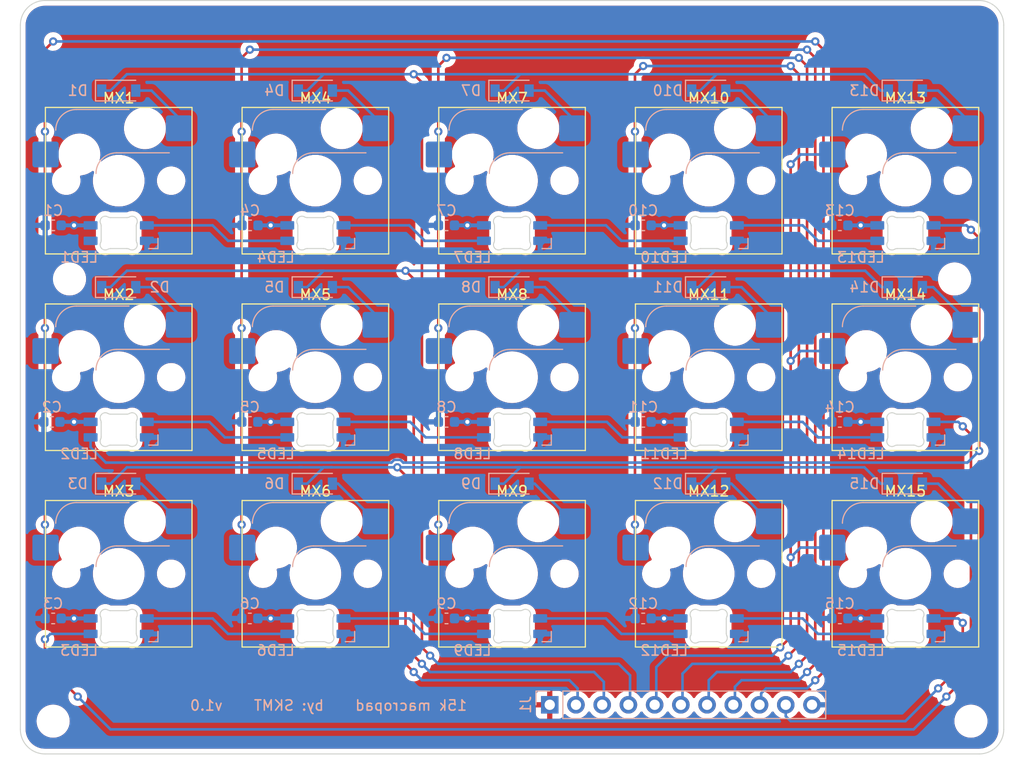
<source format=kicad_pcb>
(kicad_pcb (version 20211014) (generator pcbnew)
  (layers (0 "F.Cu" signal) (31 "B.Cu" signal) (34 "B.Paste" user) (35 "F.Paste" user) (36 "B.SilkS" user "B.Silkscreen") (37 "F.SilkS" user "F.Silkscreen") (38 "B.Mask" user) (39 "F.Mask" user) (44 "Edge.Cuts" user))
  (net 0 "")
  (net 1 "ROW0")
  (net 2 "Net-(D1-Pad2)")
  (net 3 "ROW1")
  (net 4 "Net-(D2-Pad2)")
  (net 5 "ROW2")
  (net 6 "Net-(D3-Pad2)")
  (net 7 "Net-(D4-Pad2)")
  (net 8 "Net-(D5-Pad2)")
  (net 9 "Net-(D6-Pad2)")
  (net 10 "Net-(D7-Pad2)")
  (net 11 "Net-(D8-Pad2)")
  (net 12 "Net-(D9-Pad2)")
  (net 13 "Net-(D10-Pad2)")
  (net 14 "Net-(D11-Pad2)")
  (net 15 "Net-(D12-Pad2)")
  (net 16 "Net-(D13-Pad2)")
  (net 17 "Net-(D14-Pad2)")
  (net 18 "Net-(D15-Pad2)")
  (net 19 "COL0")
  (net 20 "COL1")
  (net 21 "COL2")
  (net 22 "COL3")
  (net 23 "COL4")
  (net 24 "+5V")
  (net 25 "GND")
  (net 26 "Net-(LED10-Pad3)")
  (net 27 "Net-(LED11-Pad3)")
  (net 28 "Net-(LED12-Pad3)")
  (net 29 "Net-(LED10-Pad2)")
  (net 30 "Net-(LED11-Pad2)")
  (net 31 "Net-(LED12-Pad2)")
  (net 32 "Net-(LED1-Pad3)")
  (net 34 "Net-(LED13-Pad3)")
  (net 35 "Net-(LED2-Pad3)")
  (net 36 "Net-(LED14-Pad3)")
  (net 37 "Net-(LED3-Pad3)")
  (net 38 "Net-(LED4-Pad3)")
  (net 39 "Net-(LED5-Pad3)")
  (net 40 "Net-(LED6-Pad3)")
  (net 41 "LED_DIN")
  (footprint "Switch_Keyboard_Hotswap_Kailh:SW_Hotswap_Kailh_MX_1.00u" (layer "F.Cu") (at 180.975 103.1875)
    (fp_text reference "MX15")
    (fp_text value "MX-NoLED")
  )
  (footprint "MountingHole:MountingHole_2.2mm_M2" (layer "F.Cu") (at 185.7375 74.6125)
    (fp_text reference "H3" hide)
    (fp_text value "MountingHole")
  )
  (footprint "Switch_Keyboard_Hotswap_Kailh:SW_Hotswap_Kailh_MX_1.00u" (layer "F.Cu") (at 142.875 65.0875)
    (fp_text reference "MX7")
    (fp_text value "MX-NoLED")
  )
  (footprint "Switch_Keyboard_Hotswap_Kailh:SW_Hotswap_Kailh_MX_1.00u" (layer "F.Cu") (at 123.825 84.1375)
    (fp_text reference "MX5")
    (fp_text value "MX-NoLED")
  )
  (footprint "MountingHole:MountingHole_2.2mm_M2" (layer "F.Cu") (at 98.425 117.475)
    (fp_text reference "H2" hide)
    (fp_text value "MountingHole")
  )
  (footprint "Switch_Keyboard_Hotswap_Kailh:SW_Hotswap_Kailh_MX_1.00u" (layer "F.Cu") (at 180.975 84.1375)
    (fp_text reference "MX14")
    (fp_text value "MX-NoLED")
  )
  (footprint "Switch_Keyboard_Hotswap_Kailh:SW_Hotswap_Kailh_MX_1.00u" (layer "F.Cu") (at 123.825 65.0875)
    (fp_text reference "MX4")
    (fp_text value "MX-NoLED")
  )
  (footprint "Switch_Keyboard_Hotswap_Kailh:SW_Hotswap_Kailh_MX_1.00u" (layer "F.Cu") (at 123.825 103.1875)
    (fp_text reference "MX6")
    (fp_text value "MX-NoLED")
  )
  (footprint "Switch_Keyboard_Hotswap_Kailh:SW_Hotswap_Kailh_MX_1.00u" (layer "F.Cu") (at 161.925 84.1375)
    (fp_text reference "MX11")
    (fp_text value "MX-NoLED")
  )
  (footprint "MountingHole:MountingHole_2.2mm_M2" (layer "F.Cu") (at 187.325 117.475)
    (fp_text reference "H4" hide)
    (fp_text value "MountingHole")
  )
  (footprint "Switch_Keyboard_Hotswap_Kailh:SW_Hotswap_Kailh_MX_1.00u" (layer "F.Cu") (at 104.775 84.1375)
    (fp_text reference "MX2")
    (fp_text value "MX-NoLED")
  )
  (footprint "Switch_Keyboard_Hotswap_Kailh:SW_Hotswap_Kailh_MX_1.00u" (layer "F.Cu") (at 104.775 103.1875)
    (fp_text reference "MX3")
    (fp_text value "MX-NoLED")
  )
  (footprint "Switch_Keyboard_Hotswap_Kailh:SW_Hotswap_Kailh_MX_1.00u" (layer "F.Cu") (at 161.925 65.0875)
    (fp_text reference "MX10")
    (fp_text value "MX-NoLED")
  )
  (footprint "Switch_Keyboard_Hotswap_Kailh:SW_Hotswap_Kailh_MX_1.00u" (layer "F.Cu") (at 142.875 103.1875)
    (fp_text reference "MX9")
    (fp_text value "MX-NoLED")
  )
  (footprint "MountingHole:MountingHole_2.2mm_M2" (layer "F.Cu") (at 100.0125 74.6125)
    (fp_text reference "H1" hide)
    (fp_text value "MountingHole")
  )
  (footprint "Switch_Keyboard_Hotswap_Kailh:SW_Hotswap_Kailh_MX_1.00u" (layer "F.Cu") (at 142.875 84.1375)
    (fp_text reference "MX8")
    (fp_text value "MX-NoLED")
  )
  (footprint "Switch_Keyboard_Hotswap_Kailh:SW_Hotswap_Kailh_MX_1.00u" (layer "F.Cu") (at 180.975 65.0875)
    (fp_text reference "MX13")
    (fp_text value "MX-NoLED")
  )
  (footprint "Switch_Keyboard_Hotswap_Kailh:SW_Hotswap_Kailh_MX_1.00u" (layer "F.Cu") (at 104.775 65.0875)
    (fp_text reference "MX1")
    (fp_text value "MX-NoLED")
  )
  (footprint "Switch_Keyboard_Hotswap_Kailh:SW_Hotswap_Kailh_MX_1.00u" (layer "F.Cu") (at 161.925 103.1875)
    (fp_text reference "MX12")
    (fp_text value "MX-NoLED")
  )
  (footprint "Diode_SMD:D_SOD-123" (layer "B.Cu") (at 104.775 56.35625)
    (fp_text reference "D1")
    (fp_text value "D_Small")
  )
  (footprint "marbastlib-mx:LED_MX_6028R" (layer "B.Cu") (at 161.925 89.2175 180)
    (fp_text reference "LED11")
    (fp_text value "MX_SK6812MINI-E" hide)
    (fp_line (start 1.699999 -0.702841) (end 1.699999 0.702843) (layer "Edge.Cuts") (width 0.1))
    (fp_line (start -1.699999 0.702843) (end -1.699999 -0.702841) (layer "Edge.Cuts") (width 0.1))
    (fp_line (start 0.794452 1.5) (end -0.794453 1.5) (layer "Edge.Cuts") (width 0.1))
    (fp_line (start -0.794452 -1.499999) (end 0.794452 -1.499999) (layer "Edge.Cuts") (width 0.1))
    (fp_arc (start -0.794452 -1.499999) (mid -0.925123 -1.517376) (end -1.046711 -1.568298) (layer "Edge.Cuts") (width 0.1))
    (fp_arc (start 1.749484 0.919721) (mid 1.638072 1.504036) (end 1.046711 1.5683) (layer "Edge.Cuts") (width 0.1))
    (fp_arc (start 1.749484 0.919721) (mid 1.71254 0.814067) (end 1.699999 0.702843) (layer "Edge.Cuts") (width 0.1))
    (fp_arc (start 1.046711 -1.568296) (mid 1.638069 -1.504034) (end 1.749484 -0.919719) (layer "Edge.Cuts") (width 0.1))
    (fp_arc (start -1.699999 0.702844) (mid -1.712527 0.814069) (end -1.749484 0.919721) (layer "Edge.Cuts") (width 0.1))
    (fp_arc (start 1.04671 -1.568298) (mid 0.925122 -1.517376) (end 0.794452 -1.499999) (layer "Edge.Cuts") (width 0.1))
    (fp_arc (start -1.749484 -0.919718) (mid -1.638072 -1.504034) (end -1.046711 -1.568298) (layer "Edge.Cuts") (width 0.1))
    (fp_arc (start -1.046711 1.568299) (mid -1.638071 1.504035) (end -1.749484 0.919721) (layer "Edge.Cuts") (width 0.1))
    (fp_arc (start -1.749484 -0.919719) (mid -1.712527 -0.814067) (end -1.699999 -0.702841) (layer "Edge.Cuts") (width 0.1))
    (fp_arc (start 0.794453 1.500001) (mid 0.925123 1.517378) (end 1.046711 1.5683) (layer "Edge.Cuts") (width 0.1))
    (fp_arc (start -1.046711 1.568299) (mid -0.925123 1.517377) (end -0.794453 1.5) (layer "Edge.Cuts") (width 0.1))
    (fp_arc (start 1.699999 -0.702842) (mid 1.712536 -0.814065) (end 1.749484 -0.919719) (layer "Edge.Cuts") (width 0.1))
  )
  (footprint "marbastlib-mx:LED_MX_6028R" (layer "B.Cu") (at 142.875 89.2175 180)
    (fp_text reference "LED8")
    (fp_text value "MX_SK6812MINI-E" hide)
    (fp_line (start 0.794452 1.5) (end -0.794453 1.5) (layer "Edge.Cuts") (width 0.1))
    (fp_line (start 1.699999 -0.702841) (end 1.699999 0.702843) (layer "Edge.Cuts") (width 0.1))
    (fp_line (start -1.699999 0.702843) (end -1.699999 -0.702841) (layer "Edge.Cuts") (width 0.1))
    (fp_line (start -0.794452 -1.499999) (end 0.794452 -1.499999) (layer "Edge.Cuts") (width 0.1))
    (fp_arc (start -1.749484 -0.919718) (mid -1.638072 -1.504034) (end -1.046711 -1.568298) (layer "Edge.Cuts") (width 0.1))
    (fp_arc (start 1.046711 -1.568296) (mid 1.638069 -1.504034) (end 1.749484 -0.919719) (layer "Edge.Cuts") (width 0.1))
    (fp_arc (start -1.046711 1.568299) (mid -1.638071 1.504035) (end -1.749484 0.919721) (layer "Edge.Cuts") (width 0.1))
    (fp_arc (start -1.046711 1.568299) (mid -0.925123 1.517377) (end -0.794453 1.5) (layer "Edge.Cuts") (width 0.1))
    (fp_arc (start 1.749484 0.919721) (mid 1.71254 0.814067) (end 1.699999 0.702843) (layer "Edge.Cuts") (width 0.1))
    (fp_arc (start -1.749484 -0.919719) (mid -1.712527 -0.814067) (end -1.699999 -0.702841) (layer "Edge.Cuts") (width 0.1))
    (fp_arc (start 1.749484 0.919721) (mid 1.638072 1.504036) (end 1.046711 1.5683) (layer "Edge.Cuts") (width 0.1))
    (fp_arc (start 0.794453 1.500001) (mid 0.925123 1.517378) (end 1.046711 1.5683) (layer "Edge.Cuts") (width 0.1))
    (fp_arc (start -1.699999 0.702844) (mid -1.712527 0.814069) (end -1.749484 0.919721) (layer "Edge.Cuts") (width 0.1))
    (fp_arc (start 1.04671 -1.568298) (mid 0.925122 -1.517376) (end 0.794452 -1.499999) (layer "Edge.Cuts") (width 0.1))
    (fp_arc (start 1.699999 -0.702842) (mid 1.712536 -0.814065) (end 1.749484 -0.919719) (layer "Edge.Cuts") (width 0.1))
    (fp_arc (start -0.794452 -1.499999) (mid -0.925123 -1.517376) (end -1.046711 -1.568298) (layer "Edge.Cuts") (width 0.1))
  )
  (footprint "marbastlib-mx:LED_MX_6028R" (layer "B.Cu") (at 123.825 108.2675 180)
    (fp_text reference "LED6")
    (fp_text value "MX_SK6812MINI-E" hide)
    (fp_line (start -0.794452 -1.499999) (end 0.794452 -1.499999) (layer "Edge.Cuts") (width 0.1))
    (fp_line (start 1.699999 -0.702841) (end 1.699999 0.702843) (layer "Edge.Cuts") (width 0.1))
    (fp_line (start 0.794452 1.5) (end -0.794453 1.5) (layer "Edge.Cuts") (width 0.1))
    (fp_line (start -1.699999 0.702843) (end -1.699999 -0.702841) (layer "Edge.Cuts") (width 0.1))
    (fp_arc (start 1.749484 0.919721) (mid 1.71254 0.814067) (end 1.699999 0.702843) (layer "Edge.Cuts") (width 0.1))
    (fp_arc (start -1.749484 -0.919719) (mid -1.712527 -0.814067) (end -1.699999 -0.702841) (layer "Edge.Cuts") (width 0.1))
    (fp_arc (start -1.046711 1.568299) (mid -1.638071 1.504035) (end -1.749484 0.919721) (layer "Edge.Cuts") (width 0.1))
    (fp_arc (start -1.749484 -0.919718) (mid -1.638072 -1.504034) (end -1.046711 -1.568298) (layer "Edge.Cuts") (width 0.1))
    (fp_arc (start -0.794452 -1.499999) (mid -0.925123 -1.517376) (end -1.046711 -1.568298) (layer "Edge.Cuts") (width 0.1))
    (fp_arc (start 1.699999 -0.702842) (mid 1.712536 -0.814065) (end 1.749484 -0.919719) (layer "Edge.Cuts") (width 0.1))
    (fp_arc (start -1.699999 0.702844) (mid -1.712527 0.814069) (end -1.749484 0.919721) (layer "Edge.Cuts") (width 0.1))
    (fp_arc (start 0.794453 1.500001) (mid 0.925123 1.517378) (end 1.046711 1.5683) (layer "Edge.Cuts") (width 0.1))
    (fp_arc (start 1.749484 0.919721) (mid 1.638072 1.504036) (end 1.046711 1.5683) (layer "Edge.Cuts") (width 0.1))
    (fp_arc (start 1.046711 -1.568296) (mid 1.638069 -1.504034) (end 1.749484 -0.919719) (layer "Edge.Cuts") (width 0.1))
    (fp_arc (start -1.046711 1.568299) (mid -0.925123 1.517377) (end -0.794453 1.5) (layer "Edge.Cuts") (width 0.1))
    (fp_arc (start 1.04671 -1.568298) (mid 0.925122 -1.517376) (end 0.794452 -1.499999) (layer "Edge.Cuts") (width 0.1))
  )
  (footprint "marbastlib-mx:LED_MX_6028R" (layer "B.Cu") (at 161.925 108.2675 180)
    (fp_text reference "LED12")
    (fp_text value "MX_SK6812MINI-E" hide)
    (fp_line (start -0.794452 -1.499999) (end 0.794452 -1.499999) (layer "Edge.Cuts") (width 0.1))
    (fp_line (start 0.794452 1.5) (end -0.794453 1.5) (layer "Edge.Cuts") (width 0.1))
    (fp_line (start -1.699999 0.702843) (end -1.699999 -0.702841) (layer "Edge.Cuts") (width 0.1))
    (fp_line (start 1.699999 -0.702841) (end 1.699999 0.702843) (layer "Edge.Cuts") (width 0.1))
    (fp_arc (start 1.04671 -1.568298) (mid 0.925122 -1.517376) (end 0.794452 -1.499999) (layer "Edge.Cuts") (width 0.1))
    (fp_arc (start 1.749484 0.919721) (mid 1.638072 1.504036) (end 1.046711 1.5683) (layer "Edge.Cuts") (width 0.1))
    (fp_arc (start -1.749484 -0.919719) (mid -1.712527 -0.814067) (end -1.699999 -0.702841) (layer "Edge.Cuts") (width 0.1))
    (fp_arc (start -1.046711 1.568299) (mid -0.925123 1.517377) (end -0.794453 1.5) (layer "Edge.Cuts") (width 0.1))
    (fp_arc (start -1.749484 -0.919718) (mid -1.638072 -1.504034) (end -1.046711 -1.568298) (layer "Edge.Cuts") (width 0.1))
    (fp_arc (start 1.699999 -0.702842) (mid 1.712536 -0.814065) (end 1.749484 -0.919719) (layer "Edge.Cuts") (width 0.1))
    (fp_arc (start -1.046711 1.568299) (mid -1.638071 1.504035) (end -1.749484 0.919721) (layer "Edge.Cuts") (width 0.1))
    (fp_arc (start -1.699999 0.702844) (mid -1.712527 0.814069) (end -1.749484 0.919721) (layer "Edge.Cuts") (width 0.1))
    (fp_arc (start -0.794452 -1.499999) (mid -0.925123 -1.517376) (end -1.046711 -1.568298) (layer "Edge.Cuts") (width 0.1))
    (fp_arc (start 1.749484 0.919721) (mid 1.71254 0.814067) (end 1.699999 0.702843) (layer "Edge.Cuts") (width 0.1))
    (fp_arc (start 1.046711 -1.568296) (mid 1.638069 -1.504034) (end 1.749484 -0.919719) (layer "Edge.Cuts") (width 0.1))
    (fp_arc (start 0.794453 1.500001) (mid 0.925123 1.517378) (end 1.046711 1.5683) (layer "Edge.Cuts") (width 0.1))
  )
  (footprint "Diode_SMD:D_SOD-123" (layer "B.Cu") (at 161.925 94.45625)
    (fp_text reference "D12")
    (fp_text value "D_Small")
  )
  (footprint "Diode_SMD:D_SOD-123" (layer "B.Cu") (at 123.825 94.45625)
    (fp_text reference "D6")
    (fp_text value "D_Small")
  )
  (footprint "marbastlib-mx:LED_MX_6028R" (layer "B.Cu") (at 180.975 70.1675 180)
    (fp_text reference "LED13")
    (fp_text value "MX_SK6812MINI-E" hide)
    (fp_line (start 1.699999 -0.702841) (end 1.699999 0.702843) (layer "Edge.Cuts") (width 0.1))
    (fp_line (start -0.794452 -1.499999) (end 0.794452 -1.499999) (layer "Edge.Cuts") (width 0.1))
    (fp_line (start -1.699999 0.702843) (end -1.699999 -0.702841) (layer "Edge.Cuts") (width 0.1))
    (fp_line (start 0.794452 1.5) (end -0.794453 1.5) (layer "Edge.Cuts") (width 0.1))
    (fp_arc (start 1.04671 -1.568298) (mid 0.925122 -1.517376) (end 0.794452 -1.499999) (layer "Edge.Cuts") (width 0.1))
    (fp_arc (start 1.749484 0.919721) (mid 1.71254 0.814067) (end 1.699999 0.702843) (layer "Edge.Cuts") (width 0.1))
    (fp_arc (start -1.046711 1.568299) (mid -1.638071 1.504035) (end -1.749484 0.919721) (layer "Edge.Cuts") (width 0.1))
    (fp_arc (start -1.046711 1.568299) (mid -0.925123 1.517377) (end -0.794453 1.5) (layer "Edge.Cuts") (width 0.1))
    (fp_arc (start -1.699999 0.702844) (mid -1.712527 0.814069) (end -1.749484 0.919721) (layer "Edge.Cuts") (width 0.1))
    (fp_arc (start -1.749484 -0.919719) (mid -1.712527 -0.814067) (end -1.699999 -0.702841) (layer "Edge.Cuts") (width 0.1))
    (fp_arc (start -1.749484 -0.919718) (mid -1.638072 -1.504034) (end -1.046711 -1.568298) (layer "Edge.Cuts") (width 0.1))
    (fp_arc (start 1.046711 -1.568296) (mid 1.638069 -1.504034) (end 1.749484 -0.919719) (layer "Edge.Cuts") (width 0.1))
    (fp_arc (start -0.794452 -1.499999) (mid -0.925123 -1.517376) (end -1.046711 -1.568298) (layer "Edge.Cuts") (width 0.1))
    (fp_arc (start 0.794453 1.500001) (mid 0.925123 1.517378) (end 1.046711 1.5683) (layer "Edge.Cuts") (width 0.1))
    (fp_arc (start 1.699999 -0.702842) (mid 1.712536 -0.814065) (end 1.749484 -0.919719) (layer "Edge.Cuts") (width 0.1))
    (fp_arc (start 1.749484 0.919721) (mid 1.638072 1.504036) (end 1.046711 1.5683) (layer "Edge.Cuts") (width 0.1))
  )
  (footprint "Diode_SMD:D_SOD-123" (layer "B.Cu") (at 142.875 56.35625)
    (fp_text reference "D7")
    (fp_text value "D_Small")
  )
  (footprint "Capacitor_SMD:C_0603_1608Metric" (layer "B.Cu") (at 98.298 88.4675 180)
    (fp_text reference "C2")
    (fp_text value "0.1uF")
  )
  (footprint "Capacitor_SMD:C_0603_1608Metric" (layer "B.Cu") (at 155.575 107.5175 180)
    (fp_text reference "C12")
    (fp_text value "0.1uF")
  )
  (footprint "Capacitor_SMD:C_0603_1608Metric" (layer "B.Cu") (at 117.475 88.4675 180)
    (fp_text reference "C5")
    (fp_text value "0.1uF")
  )
  (footprint "Diode_SMD:D_SOD-123" (layer "B.Cu") (at 142.875 75.40625)
    (fp_text reference "D8")
    (fp_text value "D_Small")
  )
  (footprint "marbastlib-mx:LED_MX_6028R" (layer "B.Cu") (at 104.775 108.2675 180)
    (fp_text reference "LED3")
    (fp_text value "MX_SK6812MINI-E" hide)
    (fp_line (start 0.794452 1.5) (end -0.794453 1.5) (layer "Edge.Cuts") (width 0.1))
    (fp_line (start -1.699999 0.702843) (end -1.699999 -0.702841) (layer "Edge.Cuts") (width 0.1))
    (fp_line (start -0.794452 -1.499999) (end 0.794452 -1.499999) (layer "Edge.Cuts") (width 0.1))
    (fp_line (start 1.699999 -0.702841) (end 1.699999 0.702843) (layer "Edge.Cuts") (width 0.1))
    (fp_arc (start -1.046711 1.568299) (mid -0.925123 1.517377) (end -0.794453 1.5) (layer "Edge.Cuts") (width 0.1))
    (fp_arc (start 1.749484 0.919721) (mid 1.71254 0.814067) (end 1.699999 0.702843) (layer "Edge.Cuts") (width 0.1))
    (fp_arc (start -1.699999 0.702844) (mid -1.712527 0.814069) (end -1.749484 0.919721) (layer "Edge.Cuts") (width 0.1))
    (fp_arc (start -1.749484 -0.919719) (mid -1.712527 -0.814067) (end -1.699999 -0.702841) (layer "Edge.Cuts") (width 0.1))
    (fp_arc (start 1.699999 -0.702842) (mid 1.712536 -0.814065) (end 1.749484 -0.919719) (layer "Edge.Cuts") (width 0.1))
    (fp_arc (start 1.046711 -1.568296) (mid 1.638069 -1.504034) (end 1.749484 -0.919719) (layer "Edge.Cuts") (width 0.1))
    (fp_arc (start -1.046711 1.568299) (mid -1.638071 1.504035) (end -1.749484 0.919721) (layer "Edge.Cuts") (width 0.1))
    (fp_arc (start 1.749484 0.919721) (mid 1.638072 1.504036) (end 1.046711 1.5683) (layer "Edge.Cuts") (width 0.1))
    (fp_arc (start 0.794453 1.500001) (mid 0.925123 1.517378) (end 1.046711 1.5683) (layer "Edge.Cuts") (width 0.1))
    (fp_arc (start 1.04671 -1.568298) (mid 0.925122 -1.517376) (end 0.794452 -1.499999) (layer "Edge.Cuts") (width 0.1))
    (fp_arc (start -1.749484 -0.919718) (mid -1.638072 -1.504034) (end -1.046711 -1.568298) (layer "Edge.Cuts") (width 0.1))
    (fp_arc (start -0.794452 -1.499999) (mid -0.925123 -1.517376) (end -1.046711 -1.568298) (layer "Edge.Cuts") (width 0.1))
  )
  (footprint "Capacitor_SMD:C_0603_1608Metric" (layer "B.Cu") (at 155.575 69.4175 180)
    (fp_text reference "C10")
    (fp_text value "0.1uF")
  )
  (footprint "Capacitor_SMD:C_0603_1608Metric" (layer "B.Cu") (at 174.625 69.4175 180)
    (fp_text reference "C13")
    (fp_text value "0.1uF")
  )
  (footprint "Diode_SMD:D_SOD-123" (layer "B.Cu") (at 161.925 75.40625)
    (fp_text reference "D11")
    (fp_text value "D_Small")
  )
  (footprint "Diode_SMD:D_SOD-123" (layer "B.Cu") (at 180.975 56.35625)
    (fp_text reference "D13")
    (fp_text value "D_Small")
  )
  (footprint "Diode_SMD:D_SOD-123" (layer "B.Cu") (at 180.975 75.40625)
    (fp_text reference "D14")
    (fp_text value "D_Small")
  )
  (footprint "marbastlib-mx:LED_MX_6028R" (layer "B.Cu") (at 142.875 70.1675 180)
    (fp_text reference "LED7")
    (fp_text value "MX_SK6812MINI-E" hide)
    (fp_line (start 0.794452 1.5) (end -0.794453 1.5) (layer "Edge.Cuts") (width 0.1))
    (fp_line (start -1.699999 0.702843) (end -1.699999 -0.702841) (layer "Edge.Cuts") (width 0.1))
    (fp_line (start 1.699999 -0.702841) (end 1.699999 0.702843) (layer "Edge.Cuts") (width 0.1))
    (fp_line (start -0.794452 -1.499999) (end 0.794452 -1.499999) (layer "Edge.Cuts") (width 0.1))
    (fp_arc (start 1.749484 0.919721) (mid 1.638072 1.504036) (end 1.046711 1.5683) (layer "Edge.Cuts") (width 0.1))
    (fp_arc (start -0.794452 -1.499999) (mid -0.925123 -1.517376) (end -1.046711 -1.568298) (layer "Edge.Cuts") (width 0.1))
    (fp_arc (start -1.699999 0.702844) (mid -1.712527 0.814069) (end -1.749484 0.919721) (layer "Edge.Cuts") (width 0.1))
    (fp_arc (start -1.046711 1.568299) (mid -1.638071 1.504035) (end -1.749484 0.919721) (layer "Edge.Cuts") (width 0.1))
    (fp_arc (start -1.749484 -0.919718) (mid -1.638072 -1.504034) (end -1.046711 -1.568298) (layer "Edge.Cuts") (width 0.1))
    (fp_arc (start 0.794453 1.500001) (mid 0.925123 1.517378) (end 1.046711 1.5683) (layer "Edge.Cuts") (width 0.1))
    (fp_arc (start 1.699999 -0.702842) (mid 1.712536 -0.814065) (end 1.749484 -0.919719) (layer "Edge.Cuts") (width 0.1))
    (fp_arc (start 1.046711 -1.568296) (mid 1.638069 -1.504034) (end 1.749484 -0.919719) (layer "Edge.Cuts") (width 0.1))
    (fp_arc (start 1.04671 -1.568298) (mid 0.925122 -1.517376) (end 0.794452 -1.499999) (layer "Edge.Cuts") (width 0.1))
    (fp_arc (start -1.046711 1.568299) (mid -0.925123 1.517377) (end -0.794453 1.5) (layer "Edge.Cuts") (width 0.1))
    (fp_arc (start -1.749484 -0.919719) (mid -1.712527 -0.814067) (end -1.699999 -0.702841) (layer "Edge.Cuts") (width 0.1))
    (fp_arc (start 1.749484 0.919721) (mid 1.71254 0.814067) (end 1.699999 0.702843) (layer "Edge.Cuts") (width 0.1))
  )
  (footprint "marbastlib-mx:LED_MX_6028R" (layer "B.Cu") (at 142.875 108.2675 180)
    (fp_text reference "LED9")
    (fp_text value "MX_SK6812MINI-E" hide)
    (fp_line (start 1.699999 -0.702841) (end 1.699999 0.702843) (layer "Edge.Cuts") (width 0.1))
    (fp_line (start -0.794452 -1.499999) (end 0.794452 -1.499999) (layer "Edge.Cuts") (width 0.1))
    (fp_line (start -1.699999 0.702843) (end -1.699999 -0.702841) (layer "Edge.Cuts") (width 0.1))
    (fp_line (start 0.794452 1.5) (end -0.794453 1.5) (layer "Edge.Cuts") (width 0.1))
    (fp_arc (start -1.046711 1.568299) (mid -0.925123 1.517377) (end -0.794453 1.5) (layer "Edge.Cuts") (width 0.1))
    (fp_arc (start 1.046711 -1.568296) (mid 1.638069 -1.504034) (end 1.749484 -0.919719) (layer "Edge.Cuts") (width 0.1))
    (fp_arc (start -0.794452 -1.499999) (mid -0.925123 -1.517376) (end -1.046711 -1.568298) (layer "Edge.Cuts") (width 0.1))
    (fp_arc (start -1.749484 -0.919718) (mid -1.638072 -1.504034) (end -1.046711 -1.568298) (layer "Edge.Cuts") (width 0.1))
    (fp_arc (start 1.749484 0.919721) (mid 1.638072 1.504036) (end 1.046711 1.5683) (layer "Edge.Cuts") (width 0.1))
    (fp_arc (start -1.046711 1.568299) (mid -1.638071 1.504035) (end -1.749484 0.919721) (layer "Edge.Cuts") (width 0.1))
    (fp_arc (start 1.04671 -1.568298) (mid 0.925122 -1.517376) (end 0.794452 -1.499999) (layer "Edge.Cuts") (width 0.1))
    (fp_arc (start 0.794453 1.500001) (mid 0.925123 1.517378) (end 1.046711 1.5683) (layer "Edge.Cuts") (width 0.1))
    (fp_arc (start -1.749484 -0.919719) (mid -1.712527 -0.814067) (end -1.699999 -0.702841) (layer "Edge.Cuts") (width 0.1))
    (fp_arc (start 1.749484 0.919721) (mid 1.71254 0.814067) (end 1.699999 0.702843) (layer "Edge.Cuts") (width 0.1))
    (fp_arc (start 1.699999 -0.702842) (mid 1.712536 -0.814065) (end 1.749484 -0.919719) (layer "Edge.Cuts") (width 0.1))
    (fp_arc (start -1.699999 0.702844) (mid -1.712527 0.814069) (end -1.749484 0.919721) (layer "Edge.Cuts") (width 0.1))
  )
  (footprint "Diode_SMD:D_SOD-123" (layer "B.Cu") (at 142.875 94.45625)
    (fp_text reference "D9")
    (fp_text value "D_Small")
  )
  (footprint "Capacitor_SMD:C_0603_1608Metric" (layer "B.Cu") (at 174.625 107.5175 180)
    (fp_text reference "C15")
    (fp_text value "0.1uF")
  )
  (footprint "Diode_SMD:D_SOD-123" (layer "B.Cu") (at 123.825 56.35625)
    (fp_text reference "D4")
    (fp_text value "D_Small")
  )
  (footprint "Capacitor_SMD:C_0603_1608Metric" (layer "B.Cu") (at 136.525 88.4675 180)
    (fp_text reference "C8")
    (fp_text value "0.1uF")
  )
  (footprint "marbastlib-mx:LED_MX_6028R" (layer "B.Cu") (at 180.975 89.2175 180)
    (fp_text reference "LED14")
    (fp_text value "MX_SK6812MINI-E" hide)
    (fp_line (start 1.699999 -0.702841) (end 1.699999 0.702843) (layer "Edge.Cuts") (width 0.1))
    (fp_line (start 0.794452 1.5) (end -0.794453 1.5) (layer "Edge.Cuts") (width 0.1))
    (fp_line (start -0.794452 -1.499999) (end 0.794452 -1.499999) (layer "Edge.Cuts") (width 0.1))
    (fp_line (start -1.699999 0.702843) (end -1.699999 -0.702841) (layer "Edge.Cuts") (width 0.1))
    (fp_arc (start 0.794453 1.500001) (mid 0.925123 1.517378) (end 1.046711 1.5683) (layer "Edge.Cuts") (width 0.1))
    (fp_arc (start 1.04671 -1.568298) (mid 0.925122 -1.517376) (end 0.794452 -1.499999) (layer "Edge.Cuts") (width 0.1))
    (fp_arc (start -1.749484 -0.919718) (mid -1.638072 -1.504034) (end -1.046711 -1.568298) (layer "Edge.Cuts") (width 0.1))
    (fp_arc (start -1.699999 0.702844) (mid -1.712527 0.814069) (end -1.749484 0.919721) (layer "Edge.Cuts") (width 0.1))
    (fp_arc (start -1.749484 -0.919719) (mid -1.712527 -0.814067) (end -1.699999 -0.702841) (layer "Edge.Cuts") (width 0.1))
    (fp_arc (start -0.794452 -1.499999) (mid -0.925123 -1.517376) (end -1.046711 -1.568298) (layer "Edge.Cuts") (width 0.1))
    (fp_arc (start 1.699999 -0.702842) (mid 1.712536 -0.814065) (end 1.749484 -0.919719) (layer "Edge.Cuts") (width 0.1))
    (fp_arc (start 1.749484 0.919721) (mid 1.71254 0.814067) (end 1.699999 0.702843) (layer "Edge.Cuts") (width 0.1))
    (fp_arc (start -1.046711 1.568299) (mid -0.925123 1.517377) (end -0.794453 1.5) (layer "Edge.Cuts") (width 0.1))
    (fp_arc (start 1.046711 -1.568296) (mid 1.638069 -1.504034) (end 1.749484 -0.919719) (layer "Edge.Cuts") (width 0.1))
    (fp_arc (start -1.046711 1.568299) (mid -1.638071 1.504035) (end -1.749484 0.919721) (layer "Edge.Cuts") (width 0.1))
    (fp_arc (start 1.749484 0.919721) (mid 1.638072 1.504036) (end 1.046711 1.5683) (layer "Edge.Cuts") (width 0.1))
  )
  (footprint "Diode_SMD:D_SOD-123" (layer "B.Cu") (at 104.775 94.45625)
    (fp_text reference "D3")
    (fp_text value "D_Small")
  )
  (footprint "marbastlib-mx:LED_MX_6028R" (layer "B.Cu") (at 123.825 89.2175 180)
    (fp_text reference "LED5")
    (fp_text value "MX_SK6812MINI-E" hide)
    (fp_line (start 1.699999 -0.702841) (end 1.699999 0.702843) (layer "Edge.Cuts") (width 0.1))
    (fp_line (start -1.699999 0.702843) (end -1.699999 -0.702841) (layer "Edge.Cuts") (width 0.1))
    (fp_line (start 0.794452 1.5) (end -0.794453 1.5) (layer "Edge.Cuts") (width 0.1))
    (fp_line (start -0.794452 -1.499999) (end 0.794452 -1.499999) (layer "Edge.Cuts") (width 0.1))
    (fp_arc (start -0.794452 -1.499999) (mid -0.925123 -1.517376) (end -1.046711 -1.568298) (layer "Edge.Cuts") (width 0.1))
    (fp_arc (start 1.04671 -1.568298) (mid 0.925122 -1.517376) (end 0.794452 -1.499999) (layer "Edge.Cuts") (width 0.1))
    (fp_arc (start -1.699999 0.702844) (mid -1.712527 0.814069) (end -1.749484 0.919721) (layer "Edge.Cuts") (width 0.1))
    (fp_arc (start 0.794453 1.500001) (mid 0.925123 1.517378) (end 1.046711 1.5683) (layer "Edge.Cuts") (width 0.1))
    (fp_arc (start 1.749484 0.919721) (mid 1.638072 1.504036) (end 1.046711 1.5683) (layer "Edge.Cuts") (width 0.1))
    (fp_arc (start -1.046711 1.568299) (mid -0.925123 1.517377) (end -0.794453 1.5) (layer "Edge.Cuts") (width 0.1))
    (fp_arc (start -1.749484 -0.919719) (mid -1.712527 -0.814067) (end -1.699999 -0.702841) (layer "Edge.Cuts") (width 0.1))
    (fp_arc (start -1.749484 -0.919718) (mid -1.638072 -1.504034) (end -1.046711 -1.568298) (layer "Edge.Cuts") (width 0.1))
    (fp_arc (start 1.046711 -1.568296) (mid 1.638069 -1.504034) (end 1.749484 -0.919719) (layer "Edge.Cuts") (width 0.1))
    (fp_arc (start -1.046711 1.568299) (mid -1.638071 1.504035) (end -1.749484 0.919721) (layer "Edge.Cuts") (width 0.1))
    (fp_arc (start 1.749484 0.919721) (mid 1.71254 0.814067) (end 1.699999 0.702843) (layer "Edge.Cuts") (width 0.1))
    (fp_arc (start 1.699999 -0.702842) (mid 1.712536 -0.814065) (end 1.749484 -0.919719) (layer "Edge.Cuts") (width 0.1))
  )
  (footprint "marbastlib-mx:LED_MX_6028R" (layer "B.Cu") (at 161.925 70.1675 180)
    (fp_text reference "LED10")
    (fp_text value "MX_SK6812MINI-E" hide)
    (fp_line (start -0.794452 -1.499999) (end 0.794452 -1.499999) (layer "Edge.Cuts") (width 0.1))
    (fp_line (start 0.794452 1.5) (end -0.794453 1.5) (layer "Edge.Cuts") (width 0.1))
    (fp_line (start -1.699999 0.702843) (end -1.699999 -0.702841) (layer "Edge.Cuts") (width 0.1))
    (fp_line (start 1.699999 -0.702841) (end 1.699999 0.702843) (layer "Edge.Cuts") (width 0.1))
    (fp_arc (start 1.04671 -1.568298) (mid 0.925122 -1.517376) (end 0.794452 -1.499999) (layer "Edge.Cuts") (width 0.1))
    (fp_arc (start -1.046711 1.568299) (mid -0.925123 1.517377) (end -0.794453 1.5) (layer "Edge.Cuts") (width 0.1))
    (fp_arc (start -1.699999 0.702844) (mid -1.712527 0.814069) (end -1.749484 0.919721) (layer "Edge.Cuts") (width 0.1))
    (fp_arc (start -1.749484 -0.919719) (mid -1.712527 -0.814067) (end -1.699999 -0.702841) (layer "Edge.Cuts") (width 0.1))
    (fp_arc (start -0.794452 -1.499999) (mid -0.925123 -1.517376) (end -1.046711 -1.568298) (layer "Edge.Cuts") (width 0.1))
    (fp_arc (start -1.046711 1.568299) (mid -1.638071 1.504035) (end -1.749484 0.919721) (layer "Edge.Cuts") (width 0.1))
    (fp_arc (start 1.046711 -1.568296) (mid 1.638069 -1.504034) (end 1.749484 -0.919719) (layer "Edge.Cuts") (width 0.1))
    (fp_arc (start 1.749484 0.919721) (mid 1.71254 0.814067) (end 1.699999 0.702843) (layer "Edge.Cuts") (width 0.1))
    (fp_arc (start -1.749484 -0.919718) (mid -1.638072 -1.504034) (end -1.046711 -1.568298) (layer "Edge.Cuts") (width 0.1))
    (fp_arc (start 1.749484 0.919721) (mid 1.638072 1.504036) (end 1.046711 1.5683) (layer "Edge.Cuts") (width 0.1))
    (fp_arc (start 1.699999 -0.702842) (mid 1.712536 -0.814065) (end 1.749484 -0.919719) (layer "Edge.Cuts") (width 0.1))
    (fp_arc (start 0.794453 1.500001) (mid 0.925123 1.517378) (end 1.046711 1.5683) (layer "Edge.Cuts") (width 0.1))
  )
  (footprint "Capacitor_SMD:C_0603_1608Metric" (layer "B.Cu") (at 98.425 107.5175 180)
    (fp_text reference "C3")
    (fp_text value "0.1uF")
  )
  (footprint "Capacitor_SMD:C_0603_1608Metric" (layer "B.Cu") (at 174.625 88.4675 180)
    (fp_text reference "C14")
    (fp_text value "0.1uF")
  )
  (footprint "marbastlib-mx:LED_MX_6028R" (layer "B.Cu") (at 104.775 70.1675 180)
    (fp_text reference "LED1")
    (fp_text value "MX_SK6812MINI-E" hide)
    (fp_line (start 1.699999 -0.702841) (end 1.699999 0.702843) (layer "Edge.Cuts") (width 0.1))
    (fp_line (start -0.794452 -1.499999) (end 0.794452 -1.499999) (layer "Edge.Cuts") (width 0.1))
    (fp_line (start 0.794452 1.5) (end -0.794453 1.5) (layer "Edge.Cuts") (width 0.1))
    (fp_line (start -1.699999 0.702843) (end -1.699999 -0.702841) (layer "Edge.Cuts") (width 0.1))
    (fp_arc (start -1.046711 1.568299) (mid -1.638071 1.504035) (end -1.749484 0.919721) (layer "Edge.Cuts") (width 0.1))
    (fp_arc (start -1.749484 -0.919719) (mid -1.712527 -0.814067) (end -1.699999 -0.702841) (layer "Edge.Cuts") (width 0.1))
    (fp_arc (start 1.699999 -0.702842) (mid 1.712536 -0.814065) (end 1.749484 -0.919719) (layer "Edge.Cuts") (width 0.1))
    (fp_arc (start -1.699999 0.702844) (mid -1.712527 0.814069) (end -1.749484 0.919721) (layer "Edge.Cuts") (width 0.1))
    (fp_arc (start -0.794452 -1.499999) (mid -0.925123 -1.517376) (end -1.046711 -1.568298) (layer "Edge.Cuts") (width 0.1))
    (fp_arc (start -1.749484 -0.919718) (mid -1.638072 -1.504034) (end -1.046711 -1.568298) (layer "Edge.Cuts") (width 0.1))
    (fp_arc (start 1.04671 -1.568298) (mid 0.925122 -1.517376) (end 0.794452 -1.499999) (layer "Edge.Cuts") (width 0.1))
    (fp_arc (start 1.046711 -1.568296) (mid 1.638069 -1.504034) (end 1.749484 -0.919719) (layer "Edge.Cuts") (width 0.1))
    (fp_arc (start 0.794453 1.500001) (mid 0.925123 1.517378) (end 1.046711 1.5683) (layer "Edge.Cuts") (width 0.1))
    (fp_arc (start 1.749484 0.919721) (mid 1.71254 0.814067) (end 1.699999 0.702843) (layer "Edge.Cuts") (width 0.1))
    (fp_arc (start -1.046711 1.568299) (mid -0.925123 1.517377) (end -0.794453 1.5) (layer "Edge.Cuts") (width 0.1))
    (fp_arc (start 1.749484 0.919721) (mid 1.638072 1.504036) (end 1.046711 1.5683) (layer "Edge.Cuts") (width 0.1))
  )
  (footprint "Capacitor_SMD:C_0603_1608Metric" (layer "B.Cu") (at 136.525 69.4175 180)
    (fp_text reference "C7")
    (fp_text value "0.1uF")
  )
  (footprint "marbastlib-mx:LED_MX_6028R" (layer "B.Cu") (at 104.775 89.2175 180)
    (fp_text reference "LED2")
    (fp_text value "MX_SK6812MINI-E" hide)
    (fp_line (start -0.794452 -1.499999) (end 0.794452 -1.499999) (layer "Edge.Cuts") (width 0.1))
    (fp_line (start -1.699999 0.702843) (end -1.699999 -0.702841) (layer "Edge.Cuts") (width 0.1))
    (fp_line (start 1.699999 -0.702841) (end 1.699999 0.702843) (layer "Edge.Cuts") (width 0.1))
    (fp_line (start 0.794452 1.5) (end -0.794453 1.5) (layer "Edge.Cuts") (width 0.1))
    (fp_arc (start -1.749484 -0.919719) (mid -1.712527 -0.814067) (end -1.699999 -0.702841) (layer "Edge.Cuts") (width 0.1))
    (fp_arc (start -1.699999 0.702844) (mid -1.712527 0.814069) (end -1.749484 0.919721) (layer "Edge.Cuts") (width 0.1))
    (fp_arc (start 1.04671 -1.568298) (mid 0.925122 -1.517376) (end 0.794452 -1.499999) (layer "Edge.Cuts") (width 0.1))
    (fp_arc (start 1.749484 0.919721) (mid 1.638072 1.504036) (end 1.046711 1.5683) (layer "Edge.Cuts") (width 0.1))
    (fp_arc (start -1.749484 -0.919718) (mid -1.638072 -1.504034) (end -1.046711 -1.568298) (layer "Edge.Cuts") (width 0.1))
    (fp_arc (start 1.046711 -1.568296) (mid 1.638069 -1.504034) (end 1.749484 -0.919719) (layer "Edge.Cuts") (width 0.1))
    (fp_arc (start -0.794452 -1.499999) (mid -0.925123 -1.517376) (end -1.046711 -1.568298) (layer "Edge.Cuts") (width 0.1))
    (fp_arc (start 0.794453 1.500001) (mid 0.925123 1.517378) (end 1.046711 1.5683) (layer "Edge.Cuts") (width 0.1))
    (fp_arc (start -1.046711 1.568299) (mid -0.925123 1.517377) (end -0.794453 1.5) (layer "Edge.Cuts") (width 0.1))
    (fp_arc (start 1.749484 0.919721) (mid 1.71254 0.814067) (end 1.699999 0.702843) (layer "Edge.Cuts") (width 0.1))
    (fp_arc (start 1.699999 -0.702842) (mid 1.712536 -0.814065) (end 1.749484 -0.919719) (layer "Edge.Cuts") (width 0.1))
    (fp_arc (start -1.046711 1.568299) (mid -1.638071 1.504035) (end -1.749484 0.919721) (layer "Edge.Cuts") (width 0.1))
  )
  (footprint "Connector_PinHeader_2.54mm:PinHeader_1x11_P2.54mm_Vertical" (layer "B.Cu") (at 146.52625 115.8875 -90)
    (fp_text reference "J1")
    (fp_text value "Conn_01x11")
  )
  (footprint "Diode_SMD:D_SOD-123" (layer "B.Cu") (at 180.975 94.45625)
    (fp_text reference "D15")
    (fp_text value "D_Small")
  )
  (footprint "Diode_SMD:D_SOD-123" (layer "B.Cu") (at 161.925 56.35625)
    (fp_text reference "D10")
    (fp_text value "D_Small")
  )
  (footprint "marbastlib-mx:LED_MX_6028R" (layer "B.Cu") (at 123.825 70.1675 180)
    (fp_text reference "LED4")
    (fp_text value "MX_SK6812MINI-E" hide)
    (fp_line (start 1.699999 -0.702841) (end 1.699999 0.702843) (layer "Edge.Cuts") (width 0.1))
    (fp_line (start 0.794452 1.5) (end -0.794453 1.5) (layer "Edge.Cuts") (width 0.1))
    (fp_line (start -0.794452 -1.499999) (end 0.794452 -1.499999) (layer "Edge.Cuts") (width 0.1))
    (fp_line (start -1.699999 0.702843) (end -1.699999 -0.702841) (layer "Edge.Cuts") (width 0.1))
    (fp_arc (start -1.046711 1.568299) (mid -0.925123 1.517377) (end -0.794453 1.5) (layer "Edge.Cuts") (width 0.1))
    (fp_arc (start 1.749484 0.919721) (mid 1.71254 0.814067) (end 1.699999 0.702843) (layer "Edge.Cuts") (width 0.1))
    (fp_arc (start -1.749484 -0.919718) (mid -1.638072 -1.504034) (end -1.046711 -1.568298) (layer "Edge.Cuts") (width 0.1))
    (fp_arc (start -1.699999 0.702844) (mid -1.712527 0.814069) (end -1.749484 0.919721) (layer "Edge.Cuts") (width 0.1))
    (fp_arc (start -1.046711 1.568299) (mid -1.638071 1.504035) (end -1.749484 0.919721) (layer "Edge.Cuts") (width 0.1))
    (fp_arc (start -0.794452 -1.499999) (mid -0.925123 -1.517376) (end -1.046711 -1.568298) (layer "Edge.Cuts") (width 0.1))
    (fp_arc (start -1.749484 -0.919719) (mid -1.712527 -0.814067) (end -1.699999 -0.702841) (layer "Edge.Cuts") (width 0.1))
    (fp_arc (start 1.699999 -0.702842) (mid 1.712536 -0.814065) (end 1.749484 -0.919719) (layer "Edge.Cuts") (width 0.1))
    (fp_arc (start 0.794453 1.500001) (mid 0.925123 1.517378) (end 1.046711 1.5683) (layer "Edge.Cuts") (width 0.1))
    (fp_arc (start 1.04671 -1.568298) (mid 0.925122 -1.517376) (end 0.794452 -1.499999) (layer "Edge.Cuts") (width 0.1))
    (fp_arc (start 1.749484 0.919721) (mid 1.638072 1.504036) (end 1.046711 1.5683) (layer "Edge.Cuts") (width 0.1))
    (fp_arc (start 1.046711 -1.568296) (mid 1.638069 -1.504034) (end 1.749484 -0.919719) (layer "Edge.Cuts") (width 0.1))
  )
  (footprint "Diode_SMD:D_SOD-123" (layer "B.Cu") (at 123.825 75.40625)
    (fp_text reference "D5")
    (fp_text value "D_Small")
  )
  (footprint "marbastlib-mx:LED_MX_6028R" (layer "B.Cu") (at 180.975 108.2675 180)
    (fp_text reference "LED15")
    (fp_text value "MX_SK6812MINI-E" hide)
    (fp_line (start -0.794452 -1.499999) (end 0.794452 -1.499999) (layer "Edge.Cuts") (width 0.1))
    (fp_line (start 1.699999 -0.702841) (end 1.699999 0.702843) (layer "Edge.Cuts") (width 0.1))
    (fp_line (start 0.794452 1.5) (end -0.794453 1.5) (layer "Edge.Cuts") (width 0.1))
    (fp_line (start -1.699999 0.702843) (end -1.699999 -0.702841) (layer "Edge.Cuts") (width 0.1))
    (fp_arc (start 1.749484 0.919721) (mid 1.71254 0.814067) (end 1.699999 0.702843) (layer "Edge.Cuts") (width 0.1))
    (fp_arc (start 1.04671 -1.568298) (mid 0.925122 -1.517376) (end 0.794452 -1.499999) (layer "Edge.Cuts") (width 0.1))
    (fp_arc (start -0.794452 -1.499999) (mid -0.925123 -1.517376) (end -1.046711 -1.568298) (layer "Edge.Cuts") (width 0.1))
    (fp_arc (start -1.749484 -0.919719) (mid -1.712527 -0.814067) (end -1.699999 -0.702841) (layer "Edge.Cuts") (width 0.1))
    (fp_arc (start -1.749484 -0.919718) (mid -1.638072 -1.504034) (end -1.046711 -1.568298) (layer "Edge.Cuts") (width 0.1))
    (fp_arc (start -1.699999 0.702844) (mid -1.712527 0.814069) (end -1.749484 0.919721) (layer "Edge.Cuts") (width 0.1))
    (fp_arc (start 1.046711 -1.568296) (mid 1.638069 -1.504034) (end 1.749484 -0.919719) (layer "Edge.Cuts") (width 0.1))
    (fp_arc (start -1.046711 1.568299) (mid -1.638071 1.504035) (end -1.749484 0.919721) (layer "Edge.Cuts") (width 0.1))
    (fp_arc (start -1.046711 1.568299) (mid -0.925123 1.517377) (end -0.794453 1.5) (layer "Edge.Cuts") (width 0.1))
    (fp_arc (start 1.749484 0.919721) (mid 1.638072 1.504036) (end 1.046711 1.5683) (layer "Edge.Cuts") (width 0.1))
    (fp_arc (start 1.699999 -0.702842) (mid 1.712536 -0.814065) (end 1.749484 -0.919719) (layer "Edge.Cuts") (width 0.1))
    (fp_arc (start 0.794453 1.500001) (mid 0.925123 1.517378) (end 1.046711 1.5683) (layer "Edge.Cuts") (width 0.1))
  )
  (footprint "Capacitor_SMD:C_0603_1608Metric" (layer "B.Cu") (at 117.49375 69.4175 180)
    (fp_text reference "C4")
    (fp_text value "0.1uF")
  )
  (footprint "Diode_SMD:D_SOD-123" (layer "B.Cu") (at 104.775 75.40625)
    (fp_text reference "D2")
    (fp_text value "D_Small")
  )
  (footprint "Capacitor_SMD:C_0603_1608Metric" (layer "B.Cu") (at 98.425 69.4175 180)
    (fp_text reference "C1")
    (fp_text value "0.1uF")
  )
  (footprint "Capacitor_SMD:C_0603_1608Metric" (layer "B.Cu") (at 136.525 107.5175 180)
    (fp_text reference "C9")
    (fp_text value "0.1uF")
  )
  (footprint "Capacitor_SMD:C_0603_1608Metric" (layer "B.Cu") (at 155.575 88.4675 180)
    (fp_text reference "C11")
    (fp_text value "0.1uF")
  )
  (footprint "Capacitor_SMD:C_0603_1608Metric" (layer "B.Cu") (at 117.475 107.5175 180)
    (fp_text reference "C6")
    (fp_text value "0.1uF")
  )
  (gr_arc (start 95.25 50.00625) (mid 95.947452 48.322452) (end 97.63125 47.625) (layer "Edge.Cuts") (width 0.1))
  (gr_arc (start 97.63125 120.65) (mid 95.947452 119.952548) (end 95.25 118.26875) (layer "Edge.Cuts") (width 0.1))
  (gr_arc (start 190.5 118.26875) (mid 189.802548 119.952548) (end 188.11875 120.65) (layer "Edge.Cuts") (width 0.1))
  (gr_line (start 95.25 118.26875) (end 95.25 50.00625) (layer "Edge.Cuts") (width 0.1))
  (gr_line (start 97.63125 47.625) (end 188.11875 47.625) (layer "Edge.Cuts") (width 0.1))
  (gr_line (start 190.5 50.00625) (end 190.5 118.26875) (layer "Edge.Cuts") (width 0.1))
  (gr_line (start 188.11875 120.65) (end 97.63125 120.65) (layer "Edge.Cuts") (width 0.1))
  (gr_arc (start 188.11875 47.625) (mid 189.802548 48.322452) (end 190.5 50.00625) (layer "Edge.Cuts") (width 0.1))
  (gr_text "15k macropad    by: SKMT    v1.0" (at 125.095 115.951) (layer "B.SilkS") (effects (font (size 1 1)) (justify mirror)))
  (segment (start 134.14375 55.5625) (end 134.14375 110.33125) (width 0.254) (layer "F.Cu") (net 1))
  (segment (start 134.14375 110.33125) (end 134.9375 111.125) (width 0.254) (layer "F.Cu") (net 1))
  (segment (start 133.35 54.76875) (end 134.14375 55.5625) (width 0.254) (layer "F.Cu") (net 1))
  (via (at 134.9375 111.125) (size 0.8) (drill 0.4) (layers "F.Cu" "B.Cu") (net 1))
  (via (at 133.35 54.76875) (size 0.8) (drill 0.4) (layers "F.Cu" "B.Cu") (net 1))
  (segment (start 177.00625 54.76875) (end 178.59375 56.35625) (width 0.254) (layer "B.Cu") (net 1))
  (segment (start 135.73125 111.91875) (end 153.19375 111.91875) (width 0.254) (layer "B.Cu") (net 1))
  (segment (start 134.9375 111.125) (end 135.73125 111.91875) (width 0.254) (layer "B.Cu") (net 1))
  (segment (start 141.225 56.35625) (end 142.08125 56.35625) (width 0.254) (layer "B.Cu") (net 1))
  (segment (start 142.08125 56.35625) (end 143.66875 54.76875) (width 0.254) (layer "B.Cu") (net 1))
  (segment (start 123.03125 56.35625) (end 124.61875 54.76875) (width 0.254) (layer "B.Cu") (net 1))
  (segment (start 103.125 56.35625) (end 103.98125 56.35625) (width 0.254) (layer "B.Cu") (net 1))
  (segment (start 124.61875 54.76875) (end 122.2375 54.76875) (width 0.254) (layer "B.Cu") (net 1))
  (segment (start 133.35 54.76875) (end 124.61875 54.76875) (width 0.254) (layer "B.Cu") (net 1))
  (segment (start 103.98125 56.35625) (end 105.56875 54.76875) (width 0.254) (layer "B.Cu") (net 1))
  (segment (start 105.56875 54.76875) (end 122.2375 54.76875) (width 0.254) (layer "B.Cu") (net 1))
  (segment (start 133.35 54.76875) (end 162.6875 54.76875) (width 0.254) (layer "B.Cu") (net 1))
  (segment (start 161.1 56.35625) (end 160.275 56.35625) (width 0.254) (layer "B.Cu") (net 1))
  (segment (start 154.305 113.03) (end 154.305 115.8875) (width 0.254) (layer "B.Cu") (net 1))
  (segment (start 153.19375 111.91875) (end 154.305 113.03) (width 0.254) (layer "B.Cu") (net 1))
  (segment (start 162.71875 54.76875) (end 177.00625 54.76875) (width 0.254) (layer "B.Cu") (net 1))
  (segment (start 122.175 56.35625) (end 123.03125 56.35625) (width 0.254) (layer "B.Cu") (net 1))
  (segment (start 178.59375 56.35625) (end 179.325 56.35625) (width 0.254) (layer "B.Cu") (net 1))
  (segment (start 162.6875 54.76875) (end 161.1 56.35625) (width 0.254) (layer "B.Cu") (net 1))
  (segment (start 107.95 56.35625) (end 106.425 56.35625) (width 0.254) (layer "B.Cu") (net 2))
  (segment (start 110.617 60.0075) (end 110.617 59.02325) (width 0.254) (layer "B.Cu") (net 2))
  (segment (start 110.617 59.02325) (end 107.95 56.35625) (width 0.254) (layer "B.Cu") (net 2))
  (segment (start 133.35 111.125) (end 134.14375 111.91875) (width 0.254) (layer "F.Cu") (net 3))
  (segment (start 132.55625 73.81875) (end 133.35 74.6125) (width 0.254) (layer "F.Cu") (net 3))
  (segment (start 133.35 74.6125) (end 133.35 111.125) (width 0.254) (layer "F.Cu") (net 3))
  (via (at 132.55625 73.81875) (size 0.8) (drill 0.4) (layers "F.Cu" "B.Cu") (net 3))
  (via (at 134.14375 111.91875) (size 0.8) (drill 0.4) (layers "F.Cu" "B.Cu") (net 3))
  (segment (start 143.18375 73.81875) (end 161.925 73.81875) (width 0.254) (layer "B.Cu") (net 3))
  (segment (start 103.125 75.40625) (end 103.98125 75.40625) (width 0.254) (layer "B.Cu") (net 3))
  (segment (start 134.9375 112.7125) (end 150.8125 112.7125) (width 0.254) (layer "B.Cu") (net 3))
  (segment (start 123.03125 75.40625) (end 122.175 75.40625) (width 0.254) (layer "B.Cu") (net 3))
  (segment (start 103.98125 75.40625) (end 105.56875 73.81875) (width 0.254) (layer "B.Cu") (net 3))
  (segment (start 160.275 75.40625) (end 160.932812 75.40625) (width 0.254) (layer "B.Cu") (net 3))
  (segment (start 151.765 113.665) (end 151.765 115.8875) (width 0.254) (layer "B.Cu") (net 3))
  (segment (start 177.083438 73.81875) (end 178.670938 75.40625) (width 0.254) (layer "B.Cu") (net 3))
  (segment (start 178.670938 75.40625) (end 179.325 75.40625) (width 0.254) (layer "B.Cu") (net 3))
  (segment (start 150.8125 112.7125) (end 151.765 113.665) (width 0.254) (layer "B.Cu") (net 3))
  (segment (start 142.08125 75.40625) (end 143.66875 73.81875) (width 0.254) (layer "B.Cu") (net 3))
  (segment (start 124.61875 73.81875) (end 123.03125 75.40625) (width 0.254) (layer "B.Cu") (net 3))
  (segment (start 161.925 73.81875) (end 177.083438 73.81875) (width 0.254) (layer "B.Cu") (net 3))
  (segment (start 141.225 75.40625) (end 142.08125 75.40625) (width 0.254) (layer "B.Cu") (net 3))
  (segment (start 160.932812 75.40625) (end 162.520312 73.81875) (width 0.254) (layer "B.Cu") (net 3))
  (segment (start 105.56875 73.81875) (end 124.61875 73.81875) (width 0.254) (layer "B.Cu") (net 3))
  (segment (start 134.14375 111.91875) (end 134.9375 112.7125) (width 0.254) (layer "B.Cu") (net 3))
  (segment (start 124.13375 73.81875) (end 143.66875 73.81875) (width 0.254) (layer "B.Cu") (net 3))
  (segment (start 110.617 78.07325) (end 110.617 79.0575) (width 0.254) (layer "B.Cu") (net 4))
  (segment (start 106.425 75.40625) (end 107.95 75.40625) (width 0.254) (layer "B.Cu") (net 4))
  (segment (start 107.95 75.40625) (end 110.617 78.07325) (width 0.254) (layer "B.Cu") (net 4))
  (segment (start 132.55625 111.91875) (end 133.35 112.7125) (width 0.254) (layer "F.Cu") (net 5))
  (segment (start 131.7625 92.86875) (end 132.55625 93.6625) (width 0.254) (layer "F.Cu") (net 5))
  (segment (start 132.55625 93.6625) (end 132.55625 111.91875) (width 0.254) (layer "F.Cu") (net 5))
  (via (at 131.7625 92.86875) (size 0.8) (drill 0.4) (layers "F.Cu" "B.Cu") (net 5))
  (via (at 133.35 112.7125) (size 0.8) (drill 0.4) (layers "F.Cu" "B.Cu") (net 5))
  (segment (start 177.00625 92.86875) (end 178.59375 94.45625) (width 0.254) (layer "B.Cu") (net 5))
  (segment (start 162.71875 92.86875) (end 161.13125 94.45625) (width 0.254) (layer "B.Cu") (net 5))
  (segment (start 122.175 94.45625) (end 123.03125 94.45625) (width 0.254) (layer "B.Cu") (net 5))
  (segment (start 142.08125 94.45625) (end 141.225 94.45625) (width 0.254) (layer "B.Cu") (net 5))
  (segment (start 162.23375 92.86875) (end 177.00625 92.86875) (width 0.254) (layer "B.Cu") (net 5))
  (segment (start 148.43125 113.50625) (end 149.225 114.3) (width 0.254) (layer "B.Cu") (net 5))
  (segment (start 178.59375 94.45625) (end 179.325 94.45625) (width 0.254) (layer "B.Cu") (net 5))
  (segment (start 103.125 94.45625) (end 103.98125 94.45625) (width 0.254) (layer "B.Cu") (net 5))
  (segment (start 143.18375 92.86875) (end 162.71875 92.86875) (width 0.254) (layer "B.Cu") (net 5))
  (segment (start 125.4125 92.86875) (end 143.66875 92.86875) (width 0.254) (layer "B.Cu") (net 5))
  (segment (start 133.35 112.7125) (end 134.14375 113.50625) (width 0.254) (layer "B.Cu") (net 5))
  (segment (start 143.66875 92.86875) (end 142.08125 94.45625) (width 0.254) (layer "B.Cu") (net 5))
  (segment (start 161.13125 94.45625) (end 160.275 94.45625) (width 0.254) (layer "B.Cu") (net 5))
  (segment (start 124.61875 92.86875) (end 125.4125 92.86875) (width 0.254) (layer "B.Cu") (net 5))
  (segment (start 105.56875 92.86875) (end 122.54625 92.86875) (width 0.254) (layer "B.Cu") (net 5))
  (segment (start 103.98125 94.45625) (end 105.56875 92.86875) (width 0.254) (layer "B.Cu") (net 5))
  (segment (start 149.225 114.3) (end 149.225 115.8875) (width 0.254) (layer "B.Cu") (net 5))
  (segment (start 134.14375 113.50625) (end 148.43125 113.50625) (width 0.254) (layer "B.Cu") (net 5))
  (segment (start 122.2375 92.86875) (end 125.4125 92.86875) (width 0.254) (layer "B.Cu") (net 5))
  (segment (start 123.03125 94.45625) (end 124.61875 92.86875) (width 0.254) (layer "B.Cu") (net 5))
  (segment (start 106.425 94.45625) (end 106.96575 94.45625) (width 0.254) (layer "B.Cu") (net 6))
  (segment (start 106.96575 94.45625) (end 110.617 98.1075) (width 0.254) (layer "B.Cu") (net 6))
  (segment (start 125.475 56.35625) (end 127 56.35625) (width 0.254) (layer "B.Cu") (net 7))
  (segment (start 129.667 59.02325) (end 129.667 60.0075) (width 0.254) (layer "B.Cu") (net 7))
  (segment (start 127 56.35625) (end 129.667 59.02325) (width 0.254) (layer "B.Cu") (net 7))
  (segment (start 127 75.40625) (end 129.667 78.07325) (width 0.254) (layer "B.Cu") (net 8))
  (segment (start 129.667 78.07325) (end 129.667 79.0575) (width 0.254) (layer "B.Cu") (net 8))
  (segment (start 125.475 75.40625) (end 127 75.40625) (width 0.254) (layer "B.Cu") (net 8))
  (segment (start 126.01575 94.45625) (end 129.667 98.1075) (width 0.254) (layer "B.Cu") (net 9))
  (segment (start 125.475 94.45625) (end 126.01575 94.45625) (width 0.254) (layer "B.Cu") (net 9))
  (segment (start 146.05 56.35625) (end 148.717 59.02325) (width 0.254) (layer "B.Cu") (net 10))
  (segment (start 144.525 56.35625) (end 146.05 56.35625) (width 0.254) (layer "B.Cu") (net 10))
  (segment (start 148.717 59.02325) (end 148.717 60.0075) (width 0.254) (layer "B.Cu") (net 10))
  (segment (start 144.525 75.40625) (end 146.05 75.40625) (width 0.254) (layer "B.Cu") (net 11))
  (segment (start 148.717 78.07325) (end 148.717 79.0575) (width 0.254) (layer "B.Cu") (net 11))
  (segment (start 146.05 75.40625) (end 148.717 78.07325) (width 0.254) (layer "B.Cu") (net 11))
  (segment (start 145.06575 94.45625) (end 148.717 98.1075) (width 0.254) (layer "B.Cu") (net 12))
  (segment (start 144.525 94.45625) (end 145.06575 94.45625) (width 0.254) (layer "B.Cu") (net 12))
  (segment (start 165.1 56.35625) (end 167.767 59.02325) (width 0.254) (layer "B.Cu") (net 13))
  (segment (start 167.767 59.02325) (end 167.767 60.0075) (width 0.254) (layer "B.Cu") (net 13))
  (segment (start 163.575 56.35625) (end 165.1 56.35625) (width 0.254) (layer "B.Cu") (net 13))
  (segment (start 167.767 78.07325) (end 167.767 79.0575) (width 0.254) (layer "B.Cu") (net 14))
  (segment (start 165.1 75.40625) (end 167.767 78.07325) (width 0.254) (layer "B.Cu") (net 14))
  (segment (start 163.575 75.40625) (end 165.1 75.40625) (width 0.254) (layer "B.Cu") (net 14))
  (segment (start 163.575 94.45625) (end 164.11575 94.45625) (width 0.254) (layer "B.Cu") (net 15))
  (segment (start 164.11575 94.45625) (end 167.767 98.1075) (width 0.254) (layer "B.Cu") (net 15))
  (segment (start 184.15 56.35625) (end 186.817 59.02325) (width 0.254) (layer "B.Cu") (net 16))
  (segment (start 186.817 59.02325) (end 186.817 60.0075) (width 0.254) (layer "B.Cu") (net 16))
  (segment (start 182.625 56.35625) (end 184.15 56.35625) (width 0.254) (layer "B.Cu") (net 16))
  (segment (start 182.625 75.40625) (end 183.657875 75.40625) (width 0.254) (layer "B.Cu") (net 17))
  (segment (start 183.657875 75.40625) (end 186.817 78.565375) (width 0.254) (layer "B.Cu") (net 17))
  (segment (start 186.817 78.565375) (end 186.817 79.0575) (width 0.254) (layer "B.Cu") (net 17))
  (segment (start 186.817 97.12325) (end 186.817 98.1075) (width 0.254) (layer "B.Cu") (net 18))
  (segment (start 182.625 94.45625) (end 184.15 94.45625) (width 0.254) (layer "B.Cu") (net 18))
  (segment (start 184.15 94.45625) (end 186.817 97.12325) (width 0.254) (layer "B.Cu") (net 18))
  (segment (start 97.63125 52.3875) (end 97.63125 60.325) (width 0.254) (layer "F.Cu") (net 19))
  (segment (start 98.425 51.59375) (end 97.63125 52.3875) (width 0.254) (layer "F.Cu") (net 19))
  (segment (start 173.0375 112.7125) (end 173.0375 52.3875) (width 0.254) (layer "F.Cu") (net 19))
  (segment (start 172.24375 113.50625) (end 173.0375 112.7125) (width 0.254) (layer "F.Cu") (net 19))
  (segment (start 173.0375 52.3875) (end 172.24375 51.59375) (width 0.254) (layer "F.Cu") (net 19))
  (segment (start 97.63125 98.425) (end 97.63125 60.325) (width 0.254) (layer "F.Cu") (net 19))
  (via (at 97.63125 98.425) (size 0.8) (drill 0.4) (layers "F.Cu" "B.Cu") (net 19))
  (via (at 172.24375 51.59375) (size 0.8) (drill 0.4) (layers "F.Cu" "B.Cu") (net 19))
  (via (at 172.24375 113.50625) (size 0.8) (drill 0.4) (layers "F.Cu" "B.Cu") (net 19))
  (via (at 97.63125 79.375) (size 0.8) (drill 0.4) (layers "F.Cu" "B.Cu") (net 19))
  (via (at 98.425 51.59375) (size 0.8) (drill 0.4) (layers "F.Cu" "B.Cu") (net 19))
  (via (at 97.63125 60.325) (size 0.8) (drill 0.4) (layers "F.Cu" "B.Cu") (net 19))
  (segment (start 172.24375 113.50625) (end 171.45 114.3) (width 0.254) (layer "B.Cu") (net 19))
  (segment (start 97.63125 60.325) (end 97.63125 62.48875) (width 0.254) (layer "B.Cu") (net 19))
  (segment (start 97.63125 81.53875) (end 97.69 81.5975) (width 0.254) (layer "B.Cu") (net 19))
  (segment (start 167.48125 114.3) (end 167.005 114.77625) (width 0.254) (layer "B.Cu") (net 19))
  (segment (start 97.63125 79.375) (end 97.63125 81.53875) (width 0.254) (layer "B.Cu") (net 19))
  (segment (start 167.005 114.77625) (end 167.005 115.8875) (width 0.254) (layer "B.Cu") (net 19))
  (segment (start 97.63125 100.58875) (end 97.69 100.6475) (width 0.254) (layer "B.Cu") (net 19))
  (segment (start 171.45 114.3) (end 167.48125 114.3) (width 0.254) (layer "B.Cu") (net 19))
  (segment (start 98.425 51.59375) (end 172.24375 51.59375) (width 0.254) (layer "B.Cu") (net 19))
  (segment (start 97.63125 62.48875) (end 97.69 62.5475) (width 0.254) (layer "B.Cu") (net 19))
  (segment (start 97.63125 98.425) (end 97.63125 100.58875) (width 0.254) (layer "B.Cu") (net 19))
  (segment (start 172.24375 53.18125) (end 171.45 52.3875) (width 0.254) (layer "F.Cu") (net 20))
  (segment (start 117.475 52.3875) (end 116.68125 53.18125) (width 0.254) (layer "F.Cu") (net 20))
  (segment (start 172.24375 111.91875) (end 172.24375 53.18125) (width 0.254) (layer "F.Cu") (net 20))
  (segment (start 116.68125 53.18125) (end 116.68125 60.325) (width 0.254) (layer "F.Cu") (net 20))
  (segment (start 116.68125 60.325) (end 116.68125 98.425) (width 0.254) (layer "F.Cu") (net 20))
  (segment (start 171.45 112.7125) (end 172.24375 111.91875) (width 0.254) (layer "F.Cu") (net 20))
  (via (at 171.45 112.7125) (size 0.8) (drill 0.4) (layers "F.Cu" "B.Cu") (net 20))
  (via (at 117.475 52.3875) (size 0.8) (drill 0.4) (layers "F.Cu" "B.Cu") (net 20))
  (via (at 116.68125 60.325) (size 0.8) (drill 0.4) (layers "F.Cu" "B.Cu") (net 20))
  (via (at 116.68125 79.375) (size 0.8) (drill 0.4) (layers "F.Cu" "B.Cu") (net 20))
  (via (at 171.45 52.3875) (size 0.8) (drill 0.4) (layers "F.Cu" "B.Cu") (net 20))
  (via (at 116.68125 98.425) (size 0.8) (drill 0.4) (layers "F.Cu" "B.Cu") (net 20))
  (segment (start 116.68125 100.58875) (end 116.74 100.6475) (width 0.254) (layer "B.Cu") (net 20))
  (segment (start 164.465 114.14125) (end 164.465 115.8875) (width 0.254) (layer "B.Cu") (net 20))
  (segment (start 170.65625 113.50625) (end 165.1 113.50625) (width 0.254) (layer "B.Cu") (net 20))
  (segment (start 116.68125 60.325) (end 116.68125 62.48875) (width 0.254) (layer "B.Cu") (net 20))
  (segment (start 117.475 52.3875) (end 171.45 52.3875) (width 0.254) (layer "B.Cu") (net 20))
  (segment (start 116.68125 81.53875) (end 116.74 81.5975) (width 0.254) (layer "B.Cu") (net 20))
  (segment (start 116.68125 79.375) (end 116.68125 81.53875) (width 0.254) (layer "B.Cu") (net 20))
  (segment (start 116.68125 62.48875) (end 116.74 62.5475) (width 0.254) (layer "B.Cu") (net 20))
  (segment (start 165.1 113.50625) (end 164.465 114.14125) (width 0.254) (layer "B.Cu") (net 20))
  (segment (start 116.68125 98.425) (end 116.68125 100.58875) (width 0.254) (layer "B.Cu") (net 20))
  (segment (start 171.45 112.7125) (end 170.65625 113.50625) (width 0.254) (layer "B.Cu") (net 20))
  (segment (start 135.73125 53.975) (end 135.73125 60.325) (width 0.254) (layer "F.Cu") (net 21))
  (segment (start 171.45 53.975) (end 170.65625 53.18125) (width 0.254) (layer "F.Cu") (net 21))
  (segment (start 136.525 53.18125) (end 135.73125 53.975) (width 0.254) (layer "F.Cu") (net 21))
  (segment (start 171.45 111.125) (end 171.45 53.975) (width 0.254) (layer "F.Cu") (net 21))
  (segment (start 135.73125 98.425) (end 135.73125 60.325) (width 0.254) (layer "F.Cu") (net 21))
  (segment (start 170.65625 111.91875) (end 171.45 111.125) (width 0.254) (layer "F.Cu") (net 21))
  (via (at 135.73125 60.325) (size 0.8) (drill 0.4) (layers "F.Cu" "B.Cu") (net 21))
  (via (at 135.73125 79.375) (size 0.8) (drill 0.4) (layers "F.Cu" "B.Cu") (net 21))
  (via (at 170.65625 53.18125) (size 0.8) (drill 0.4) (layers "F.Cu" "B.Cu") (net 21))
  (via (at 136.525 53.18125) (size 0.8) (drill 0.4) (layers "F.Cu" "B.Cu") (net 21))
  (via (at 170.65625 111.91875) (size 0.8) (drill 0.4) (layers "F.Cu" "B.Cu") (net 21))
  (via (at 135.73125 98.425) (size 0.8) (drill 0.4) (layers "F.Cu" "B.Cu") (net 21))
  (segment (start 169.8625 112.7125) (end 162.71875 112.7125) (width 0.254) (layer "B.Cu") (net 21))
  (segment (start 135.73125 98.425) (end 135.73125 100.58875) (width 0.254) (layer "B.Cu") (net 21))
  (segment (start 135.73125 81.53875) (end 135.79 81.5975) (width 0.254) (layer "B.Cu") (net 21))
  (segment (start 135.73125 79.375) (end 135.73125 81.53875) (width 0.254) (layer "B.Cu") (net 21))
  (segment (start 135.73125 62.48875) (end 135.79 62.5475) (width 0.254) (layer "B.Cu") (net 21))
  (segment (start 135.73125 100.58875) (end 135.79 100.6475) (width 0.254) (layer "B.Cu") (net 21))
  (segment (start 162.71875 112.7125) (end 161.925 113.50625) (width 0.254) (layer "B.Cu") (net 21))
  (segment (start 161.925 113.50625) (end 161.925 115.8875) (width 0.254) (layer "B.Cu") (net 21))
  (segment (start 170.65625 111.91875) (end 169.8625 112.7125) (width 0.254) (layer "B.Cu") (net 21))
  (segment (start 135.73125 60.325) (end 135.73125 62.48875) (width 0.254) (layer "B.Cu") (net 21))
  (segment (start 136.525 53.18125) (end 170.65625 53.18125) (width 0.254) (layer "B.Cu") (net 21))
  (segment (start 170.65625 110.111535) (end 170.65625 54.76875) (width 0.254) (layer "F.Cu") (net 22))
  (segment (start 170.65625 54.76875) (end 169.8625 53.975) (width 0.254) (layer "F.Cu") (net 22))
  (segment (start 154.78125 60.325) (end 154.78125 98.425) (width 0.254) (layer "F.Cu") (net 22))
  (segment (start 169.642785 111.125) (end 170.65625 110.111535) (width 0.254) (layer "F.Cu") (net 22))
  (segment (start 154.78125 54.76875) (end 154.78125 60.325) (width 0.254) (layer "F.Cu") (net 22))
  (segment (start 155.575 53.975) (end 154.78125 54.76875) (width 0.254) (layer "F.Cu") (net 22))
  (via (at 169.8625 53.975) (size 0.8) (drill 0.4) (layers "F.Cu" "B.Cu") (net 22))
  (via (at 154.78125 79.375) (size 0.8) (drill 0.4) (layers "F.Cu" "B.Cu") (net 22))
  (via (at 154.78125 98.425) (size 0.8) (drill 0.4) (layers "F.Cu" "B.Cu") (net 22))
  (via (at 155.575 53.975) (size 0.8) (drill 0.4) (layers "F.Cu" "B.Cu") (net 22))
  (via (at 169.642785 111.125) (size 0.8) (drill 0.4) (layers "F.Cu" "B.Cu") (net 22))
  (via (at 154.78125 60.325) (size 0.8) (drill 0.4) (layers "F.Cu" "B.Cu") (net 22))
  (segment (start 169.8625 53.975) (end 155.575 53.975) (width 0.254) (layer "B.Cu") (net 22))
  (segment (start 154.78125 79.375) (end 154.78125 81.53875) (width 0.254) (layer "B.Cu") (net 22))
  (segment (start 154.78125 100.58875) (end 154.84 100.6475) (width 0.254) (layer "B.Cu") (net 22))
  (segment (start 168.849035 111.91875) (end 160.3375 111.91875) (width 0.254) (layer "B.Cu") (net 22))
  (segment (start 154.78125 81.53875) (end 154.84 81.5975) (width 0.254) (layer "B.Cu") (net 22))
  (segment (start 160.3375 111.91875) (end 159.385 112.87125) (width 0.254) (layer "B.Cu") (net 22))
  (segment (start 169.642785 111.125) (end 168.849035 111.91875) (width 0.254) (layer "B.Cu") (net 22))
  (segment (start 159.385 112.87125) (end 159.385 115.8875) (width 0.254) (layer "B.Cu") (net 22))
  (segment (start 154.78125 98.425) (end 154.78125 100.58875) (width 0.254) (layer "B.Cu") (net 22))
  (segment (start 154.78125 62.48875) (end 154.84 62.5475) (width 0.254) (layer "B.Cu") (net 22))
  (segment (start 154.78125 60.325) (end 154.78125 62.48875) (width 0.254) (layer "B.Cu") (net 22))
  (segment (start 168.849035 110.33125) (end 169.8625 109.317785) (width 0.254) (layer "F.Cu") (net 23))
  (segment (start 169.8625 82.55) (end 169.8625 63.5) (width 0.254) (layer "F.Cu") (net 23))
  (segment (start 169.8625 109.317785) (end 169.8625 82.55) (width 0.254) (layer "F.Cu") (net 23))
  (via (at 169.8625 63.5) (size 0.8) (drill 0.4) (layers "F.Cu" "B.Cu") (net 23))
  (via (at 169.8625 82.55) (size 0.8) (drill 0.4) (layers "F.Cu" "B.Cu") (net 23))
  (via (at 168.849035 110.33125) (size 0.8) (drill 0.4) (layers "F.Cu" "B.Cu") (net 23))
  (via (at 169.8625 101.6) (size 0.8) (drill 0.4) (layers "F.Cu" "B.Cu") (net 23))
  (segment (start 170.815 100.6475) (end 169.8625 101.6) (width 0.254) (layer "B.Cu") (net 23))
  (segment (start 157.95625 111.125) (end 156.845 112.23625) (width 0.254) (layer "B.Cu") (net 23))
  (segment (start 170.815 81.5975) (end 169.8625 82.55) (width 0.254) (layer "B.Cu") (net 23))
  (segment (start 170.815 62.5475) (end 173.89 62.5475) (width 0.254) (layer "B.Cu") (net 23))
  (segment (start 173.89 81.5975) (end 170.815 81.5975) (width 0.254) (layer "B.Cu") (net 23))
  (segment (start 169.8625 63.5) (end 170.815 62.5475) (width 0.254) (layer "B.Cu") (net 23))
  (segment (start 168.055285 111.125) (end 157.95625 111.125) (width 0.254) (layer "B.Cu") (net 23))
  (segment (start 168.849035 110.33125) (end 168.055285 111.125) (width 0.254) (layer "B.Cu") (net 23))
  (segment (start 173.89 100.6475) (end 170.815 100.6475) (width 0.254) (layer "B.Cu") (net 23))
  (segment (start 156.845 112.23625) (end 156.845 115.8875) (width 0.254) (layer "B.Cu") (net 23))
  (via (at 138.545 69.4175) (size 0.8) (drill 0.4) (layers "F.Cu" "B.Cu") (net 24))
  (via (at 100.445 88.4675) (size 0.8) (drill 0.4) (layers "F.Cu" "B.Cu") (net 24))
  (via (at 100.445 107.5175) (size 0.8) (drill 0.4) (layers "F.Cu" "B.Cu") (net 24))
  (via (at 176.645 69.4175) (size 0.8) (drill 0.4) (layers "F.Cu" "B.Cu") (net 24))
  (via (at 138.545 88.4675) (size 0.8) (drill 0.4) (layers "F.Cu" "B.Cu") (net 24))
  (via (at 176.645 107.5175) (size 0.8) (drill 0.4) (layers "F.Cu" "B.Cu") (net 24))
  (via (at 119.495 69.4175) (size 0.8) (drill 0.4) (layers "F.Cu" "B.Cu") (net 24))
  (via (at 100.445 69.4175) (size 0.8) (drill 0.4) (layers "F.Cu" "B.Cu") (net 24))
  (via (at 138.545 107.5175) (size 0.8) (drill 0.4) (layers "F.Cu" "B.Cu") (net 24))
  (via (at 119.495 107.5175) (size 0.8) (drill 0.4) (layers "F.Cu" "B.Cu") (net 24))
  (via (at 157.595 107.5175) (size 0.8) (drill 0.4) (layers "F.Cu" "B.Cu") (net 24))
  (via (at 157.595 69.4175) (size 0.8) (drill 0.4) (layers "F.Cu" "B.Cu") (net 24))
  (via (at 157.595 88.4675) (size 0.8) (drill 0.4) (layers "F.Cu" "B.Cu") (net 24))
  (via (at 176.645 88.4675) (size 0.8) (drill 0.4) (layers "F.Cu" "B.Cu") (net 24))
  (via (at 119.495 88.4675) (size 0.8) (drill 0.4) (layers "F.Cu" "B.Cu") (net 24))
  (segment (start 140.15 88.4675) (end 138.545 88.4675) (width 0.381) (layer "B.Cu") (net 24))
  (segment (start 121.1 88.4675) (end 119.495 88.4675) (width 0.381) (layer "B.Cu") (net 24))
  (segment (start 178.25 69.4175) (end 176.645 69.4175) (width 0.381) (layer "B.Cu") (net 24))
  (segment (start 119.495 69.4175) (end 118.26875 69.4175) (width 0.381) (layer "B.Cu") (net 24))
  (segment (start 157.595 107.5175) (end 159.2 107.5175) (width 0.381) (layer "B.Cu") (net 24))
  (segment (start 121.1 69.4175) (end 119.495 69.4175) (width 0.381) (layer "B.Cu") (net 24))
  (segment (start 175.4 88.4675) (end 176.645 88.4675) (width 0.381) (layer "B.Cu") (net 24))
  (segment (start 157.595 88.4675) (end 156.35 88.4675) (width 0.381) (layer "B.Cu") (net 24))
  (segment (start 138.545 88.4675) (end 137.3 88.4675) (width 0.381) (layer "B.Cu") (net 24))
  (segment (start 100.445 107.5175) (end 99.2 107.5175) (width 0.381) (layer "B.Cu") (net 24))
  (segment (start 119.495 107.5175) (end 118.25 107.5175) (width 0.381) (layer "B.Cu") (net 24))
  (segment (start 176.645 69.4175) (end 175.4 69.4175) (width 0.381) (layer "B.Cu") (net 24))
  (segment (start 175.4 107.5175) (end 176.645 107.5175) (width 0.381) (layer "B.Cu") (net 24))
  (segment (start 176.645 107.5175) (end 178.25 107.5175) (width 0.381) (layer "B.Cu") (net 24))
  (segment (start 121.1 107.5175) (end 119.495 107.5175) (width 0.381) (layer "B.Cu") (net 24))
  (segment (start 159.2 69.4175) (end 157.595 69.4175) (width 0.381) (layer "B.Cu") (net 24))
  (segment (start 157.595 69.4175) (end 156.35 69.4175) (width 0.381) (layer "B.Cu") (net 24))
  (segment (start 156.35 107.5175) (end 157.595 107.5175) (width 0.381) (layer "B.Cu") (net 24))
  (segment (start 102.05 69.4175) (end 100.445 69.4175) (width 0.381) (layer "B.Cu") (net 24))
  (segment (start 102.05 88.4675) (end 100.445 88.4675) (width 0.381) (layer "B.Cu") (net 24))
  (segment (start 138.545 69.4175) (end 137.3 69.4175) (width 0.381) (layer "B.Cu") (net 24))
  (segment (start 119.495 88.4675) (end 118.25 88.4675) (width 0.381) (layer "B.Cu") (net 24))
  (segment (start 100.445 88.4675) (end 99.073 88.4675) (width 0.381) (layer "B.Cu") (net 24))
  (segment (start 138.545 107.5175) (end 137.3 107.5175) (width 0.381) (layer "B.Cu") (net 24))
  (segment (start 102.05 107.5175) (end 100.445 107.5175) (width 0.381) (layer "B.Cu") (net 24))
  (segment (start 176.645 88.4675) (end 178.25 88.4675) (width 0.381) (layer "B.Cu") (net 24))
  (segment (start 159.2 88.4675) (end 157.595 88.4675) (width 0.381) (layer "B.Cu") (net 24))
  (segment (start 140.15 107.5175) (end 138.545 107.5175) (width 0.381) (layer "B.Cu") (net 24))
  (segment (start 100.445 69.4175) (end 99.2 69.4175) (width 0.381) (layer "B.Cu") (net 24))
  (segment (start 140.15 69.4175) (end 138.545 69.4175) (width 0.381) (layer "B.Cu") (net 24))
  (segment (start 171.0175 69.4175) (end 172.5175 70.9175) (width 0.25) (layer "B.Cu") (net 26))
  (segment (start 172.5175 70.9175) (end 178.25 70.9175) (width 0.25) (layer "B.Cu") (net 26))
  (segment (start 164.65 69.4175) (end 171.0175 69.4175) (width 0.25) (layer "B.Cu") (net 26))
  (segment (start 172.5175 89.9675) (end 178.25 89.9675) (width 0.25) (layer "B.Cu") (net 27))
  (segment (start 164.65 88.4675) (end 171.0175 88.4675) (width 0.25) (layer "B.Cu") (net 27))
  (segment (start 171.0175 88.4675) (end 172.5175 89.9675) (width 0.25) (layer "B.Cu") (net 27))
  (segment (start 172.5175 109.0175) (end 178.25 109.0175) (width 0.25) (layer "B.Cu") (net 28))
  (segment (start 171.0175 107.5175) (end 172.5175 109.0175) (width 0.25) (layer "B.Cu") (net 28))
  (segment (start 164.65 107.5175) (end 171.0175 107.5175) (width 0.25) (layer "B.Cu") (net 28))
  (segment (start 145.6 69.4175) (end 151.9675 69.4175) (width 0.25) (layer "B.Cu") (net 29))
  (segment (start 153.4675 70.9175) (end 159.2 70.9175) (width 0.25) (layer "B.Cu") (net 29))
  (segment (start 151.9675 69.4175) (end 153.4675 70.9175) (width 0.25) (layer "B.Cu") (net 29))
  (segment (start 145.6 88.4675) (end 152.055625 88.4675) (width 0.25) (layer "B.Cu") (net 30))
  (segment (start 153.555625 89.9675) (end 159.2 89.9675) (width 0.25) (layer "B.Cu") (net 30))
  (segment (start 152.055625 88.4675) (end 153.555625 89.9675) (width 0.25) (layer "B.Cu") (net 30))
  (segment (start 145.6 107.5175) (end 151.9675 107.5175) (width 0.25) (layer "B.Cu") (net 31))
  (segment (start 151.9675 107.5175) (end 153.4675 109.0175) (width 0.25) (layer "B.Cu") (net 31))
  (segment (start 153.4675 109.0175) (end 159.2 109.0175) (width 0.25) (layer "B.Cu") (net 31))
  (segment (start 107.5 69.4175) (end 113.8675 69.4175) (width 0.25) (layer "B.Cu") (net 32))
  (segment (start 113.8675 69.4175) (end 115.3675 70.9175) (width 0.25) (layer "B.Cu") (net 32))
  (segment (start 115.3675 70.9175) (end 121.1 70.9175) (width 0.25) (layer "B.Cu") (net 32))
  (segment (start 188.11875 91.28125) (end 188.11875 70.64375) (width 0.254) (layer "F.Cu") (net 34))
  (segment (start 188.11875 70.64375) (end 187.325 69.85) (width 0.254) (layer "F.Cu") (net 34))
  (via (at 188.11875 91.28125) (size 0.8) (drill 0.4) (layers "F.Cu" "B.Cu") (net 34))
  (via (at 187.325 69.85) (size 0.8) (drill 0.4) (layers "F.Cu" "B.Cu") (net 34))
  (segment (start 187.325 69.85) (end 186.8925 69.4175) (width 0.254) (layer "B.Cu") (net 34))
  (segment (start 188.11875 91.28125) (end 186.98525 92.41475) (width 0.254) (layer "B.Cu") (net 34))
  (segment (start 132.336634 92.41475) (end 132.063634 92.14175) (width 0.254) (layer "B.Cu") (net 34))
  (segment (start 132.063634 92.14175) (end 131.461366 92.14175) (width 0.254) (layer "B.Cu") (net 34))
  (segment (start 186.98525 92.41475) (end 132.336634 92.41475) (width 0.254) (layer "B.Cu") (net 34))
  (segment (start 103.52725 92.41475) (end 102.05 90.9375) (width 0.254) (layer "B.Cu") (net 34))
  (segment (start 186.8925 69.4175) (end 183.7 69.4175) (width 0.254) (layer "B.Cu") (net 34))
  (segment (start 131.461366 92.14175) (end 131.188366 92.41475) (width 0.254) (layer "B.Cu") (net 34))
  (segment (start 131.188366 92.41475) (end 103.52725 92.41475) (width 0.254) (layer "B.Cu") (net 34))
  (segment (start 102.05 90.9375) (end 102.05 89.9675) (width 0.254) (layer "B.Cu") (net 34))
  (segment (start 113.55875 88.4675) (end 115.05875 89.9675) (width 0.25) (layer "B.Cu") (net 35))
  (segment (start 107.5 88.4675) (end 113.55875 88.4675) (width 0.25) (layer "B.Cu") (net 35))
  (segment (start 115.05875 89.9675) (end 121.1 89.9675) (width 0.25) (layer "B.Cu") (net 35))
  (segment (start 184.94375 115.09375) (end 187.325 112.7125) (width 0.254) (layer "F.Cu") (net 36))
  (segment (start 97.63125 111.91875) (end 97.63125 109.5375) (width 0.254) (layer "F.Cu") (net 36))
  (segment (start 187.325 89.69375) (end 186.53125 88.9) (width 0.254) (layer "F.Cu") (net 36))
  (segment (start 100.80625 115.09375) (end 97.63125 111.91875) (width 0.254) (layer "F.Cu") (net 36))
  (segment (start 187.325 112.7125) (end 187.325 89.69375) (width 0.254) (layer "F.Cu") (net 36))
  (via (at 100.80625 115.09375) (size 0.8) (drill 0.4) (layers "F.Cu" "B.Cu") (net 36))
  (via (at 97.63125 109.5375) (size 0.8) (drill 0.4) (layers "F.Cu" "B.Cu") (net 36))
  (via (at 184.94375 115.09375) (size 0.8) (drill 0.4) (layers "F.Cu" "B.Cu") (net 36))
  (via (at 186.53125 88.9) (size 0.8) (drill 0.4) (layers "F.Cu" "B.Cu") (net 36))
  (segment (start 186.09875 88.4675) (end 183.7 88.4675) (width 0.254) (layer "B.Cu") (net 36))
  (segment (start 186.53125 88.9) (end 186.09875 88.4675) (width 0.254) (layer "B.Cu") (net 36))
  (segment (start 100.80625 115.09375) (end 103.98125 118.26875) (width 0.254) (layer "B.Cu") (net 36))
  (segment (start 181.76875 118.26875) (end 184.94375 115.09375) (width 0.254) (layer "B.Cu") (net 36))
  (segment (start 97.63125 109.5375) (end 98.15125 109.0175) (width 0.254) (layer "B.Cu") (net 36))
  (segment (start 98.15125 109.0175) (end 102.05 109.0175) (width 0.254) (layer "B.Cu") (net 36))
  (segment (start 103.98125 118.26875) (end 181.76875 118.26875) (width 0.254) (layer "B.Cu") (net 36))
  (segment (start 113.8675 107.5175) (end 115.3675 109.0175) (width 0.25) (layer "B.Cu") (net 37))
  (segment (start 107.5 107.5175) (end 113.8675 107.5175) (width 0.25) (layer "B.Cu") (net 37))
  (segment (start 115.3675 109.0175) (end 121.1 109.0175) (width 0.25) (layer "B.Cu") (net 37))
  (segment (start 126.55 69.4175) (end 132.9175 69.4175) (width 0.25) (layer "B.Cu") (net 38))
  (segment (start 132.9175 69.4175) (end 134.4175 70.9175) (width 0.25) (layer "B.Cu") (net 38))
  (segment (start 134.4175 70.9175) (end 140.15 70.9175) (width 0.25) (layer "B.Cu") (net 38))
  (segment (start 126.55 88.4675) (end 133.005625 88.4675) (width 0.25) (layer "B.Cu") (net 39))
  (segment (start 134.505625 89.9675) (end 140.15 89.9675) (width 0.25) (layer "B.Cu") (net 39))
  (segment (start 133.005625 88.4675) (end 134.505625 89.9675) (width 0.25) (layer "B.Cu") (net 39))
  (segment (start 134.4175 109.0175) (end 140.15 109.0175) (width 0.25) (layer "B.Cu") (net 40))
  (segment (start 132.9175 107.5175) (end 134.4175 109.0175) (width 0.25) (layer "B.Cu") (net 40))
  (segment (start 126.55 107.5175) (end 132.9175 107.5175) (width 0.25) (layer "B.Cu") (net 40))
  (segment (start 184.15 114.3) (end 186.53125 111.91875) (width 0.254) (layer "F.Cu") (net 41))
  (segment (start 186.53125 111.91875) (end 186.53125 107.95) (width 0.254) (layer "F.Cu") (net 41))
  (via (at 186.53125 107.95) (size 0.8) (drill 0.4) (layers "F.Cu" "B.Cu") (net 41))
  (via (at 184.15 114.3) (size 0.8) (drill 0.4) (layers "F.Cu" "B.Cu") (net 41))
  (segment (start 169.38625 116.99875) (end 169.38625 115.8875) (width 0.254) (layer "B.Cu") (net 41))
  (segment (start 186.53125 107.95) (end 186.09875 107.5175) (width 0.254) (layer "B.Cu") (net 41))
  (segment (start 184.15 114.3) (end 180.975 117.475) (width 0.254) (layer "B.Cu") (net 41))
  (segment (start 186.09875 107.5175) (end 183.7 107.5175) (width 0.254) (layer "B.Cu") (net 41))
  (segment (start 169.8625 117.475) (end 169.38625 116.99875) (width 0.254) (layer "B.Cu") (net 41))
  (segment (start 180.975 117.475) (end 169.8625 117.475) (width 0.254) (layer "B.Cu") (net 41))
  (zone (net 24) (net_name "+5V") (layer "F.Cu") (connect_pads (clearance 0.508)) (min_thickness 0.254) (fill yes (thermal_gap 0.508) (thermal_bridge_width 0.508))
    (polygon (pts (xy 190.5 120.65) (xy 95.25 120.65) (xy 95.25 47.625) (xy 190.5 47.625)))
  )
  (zone (net 25) (net_name "GND") (layer "B.Cu") (connect_pads (clearance 0.508)) (min_thickness 0.254) (fill yes (thermal_gap 0.508) (thermal_bridge_width 0.508))
    (polygon (pts (xy 190.5 120.65) (xy 95.25 120.65) (xy 95.25 47.625) (xy 190.5 47.625)))
  )
)
</source>
